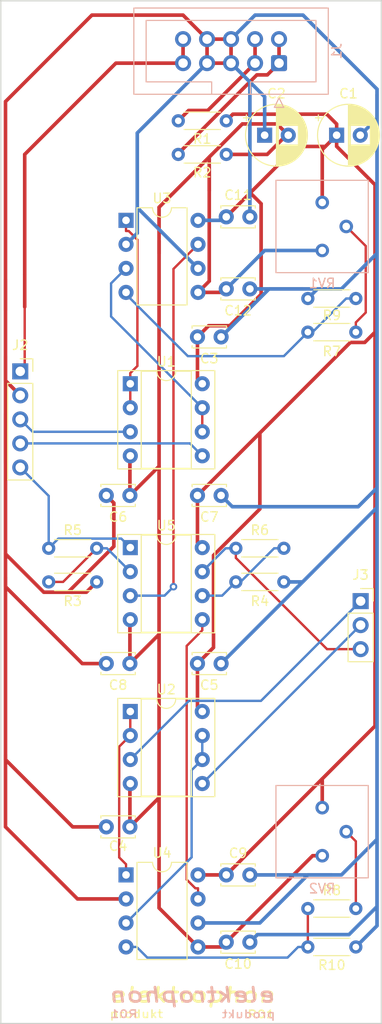
<source format=kicad_pcb>
(kicad_pcb (version 20211014) (generator pcbnew)
  (title_block (title "produkt") (date "2021-07-28") (comment 1 "PCB for main circuit") (comment 2 "vca and ringmodulator") (comment 4 "License CC BY 4.0 - Attribution 4.0 International"))
  (layers (0 "F.Cu" signal) (31 "B.Cu" signal) (34 "B.Paste" user) (35 "F.Paste" user) (36 "B.SilkS" user "B.Silkscreen") (37 "F.SilkS" user "F.Silkscreen") (38 "B.Mask" user) (39 "F.Mask" user) (44 "Edge.Cuts" user))
  (net 0 "")
  (net 1 "GND")
  (net 2 "+15V")
  (net 3 "-15V")
  (net 4 "+5V")
  (net 5 "VP")
  (net 6 "VN")
  (net 7 "OUTb")
  (net 8 "Yb")
  (net 9 "Xb")
  (net 10 "OUTa")
  (net 11 "Ya")
  (net 12 "Xa")
  (net 13 "Net-(R3-Pad1)")
  (net 14 "Net-(R4-Pad1)")
  (net 15 "Net-(R7-Pad2)")
  (net 16 "Net-(R7-Pad1)")
  (net 17 "Net-(R8-Pad2)")
  (net 18 "Net-(R10-Pad2)")
  (net 19 "Net-(U1-Pad6)")
  (net 20 "Net-(U1-Pad1)")
  (net 21 "Net-(U2-Pad6)")
  (net 22 "Net-(U2-Pad1)")
  (net 23 "Net-(U3-Pad7)")
  (net 24 "Net-(U4-Pad7)")
  (footprint "MountingHole:MountingHole_2.2mm_M2" (layer "F.Cu") (at 88.56 53.34)
    (fp_text reference "H2" hide)
    (fp_text value "MountingHole" hide)
    (pad "" np_thru_hole circle locked (at 0 0) (size 2.2 2.2) (drill 2.2) (layers *.Cu *.Mask))
  )
  (footprint "MountingHole:MountingHole_2.2mm_M2" (layer "F.Cu") (at 53.34 156.44)
    (fp_text reference "H3" hide)
    (fp_text value "MountingHole" hide)
    (pad "" np_thru_hole circle locked (at 0 0) (size 2.2 2.2) (drill 2.2) (layers *.Cu *.Mask))
  )
  (footprint "MountingHole:MountingHole_2.2mm_M2" (layer "F.Cu") (at 88.56 156.44)
    (fp_text reference "H4" hide)
    (fp_text value "MountingHole" hide)
    (pad "" np_thru_hole circle locked (at 0 0) (size 2.2 2.2) (drill 2.2) (layers *.Cu *.Mask))
  )
  (footprint "Capacitor_THT:CP_Radial_D6.3mm_P2.50mm" (layer "F.Cu") (at 86.36 65.024)
    (fp_text reference "C1" (at 1.25 -4.4) (layer "F.SilkS"))
    (fp_text value "22u")
    (pad "1" thru_hole rect locked (at 0 0) (size 1.6 1.6) (drill 0.8) (layers *.Cu *.Mask) (net 2 "+15V"))
    (pad "2" thru_hole circle locked (at 2.5 0) (size 1.6 1.6) (drill 0.8) (layers *.Cu *.Mask) (net 1 "GND"))
  )
  (footprint "Capacitor_THT:CP_Radial_D6.3mm_P2.50mm" (layer "F.Cu") (at 78.74 65.024)
    (fp_text reference "C2" (at 1.25 -4.4) (layer "F.SilkS"))
    (fp_text value "22u")
    (pad "1" thru_hole rect locked (at 0 0) (size 1.6 1.6) (drill 0.8) (layers *.Cu *.Mask) (net 1 "GND"))
    (pad "2" thru_hole circle locked (at 2.5 0) (size 1.6 1.6) (drill 0.8) (layers *.Cu *.Mask) (net 3 "-15V"))
  )
  (footprint "Capacitor_THT:C_Disc_D3.4mm_W2.1mm_P2.50mm" (layer "F.Cu") (at 71.628 86.36)
    (fp_text reference "C3" (at 1.25 2.286) (layer "F.SilkS"))
    (fp_text value "0.1u")
    (pad "1" thru_hole circle locked (at 0 0) (size 1.6 1.6) (drill 0.8) (layers *.Cu *.Mask) (net 2 "+15V"))
    (pad "2" thru_hole circle locked (at 2.5 0) (size 1.6 1.6) (drill 0.8) (layers *.Cu *.Mask) (net 1 "GND"))
  )
  (footprint "Capacitor_THT:C_Disc_D3.4mm_W2.1mm_P2.50mm" (layer "F.Cu") (at 61.976 138.176)
    (fp_text reference "C4" (at 1.25 2.032) (layer "F.SilkS"))
    (fp_text value "0.1u")
    (pad "1" thru_hole circle locked (at 0 0) (size 1.6 1.6) (drill 0.8) (layers *.Cu *.Mask) (net 1 "GND"))
    (pad "2" thru_hole circle locked (at 2.5 0) (size 1.6 1.6) (drill 0.8) (layers *.Cu *.Mask) (net 3 "-15V"))
  )
  (footprint "Capacitor_THT:C_Disc_D3.4mm_W2.1mm_P2.50mm" (layer "F.Cu") (at 71.628 120.904)
    (fp_text reference "C5" (at 1.25 2.272) (layer "F.SilkS"))
    (fp_text value "0.1u")
    (pad "1" thru_hole circle locked (at 0 0) (size 1.6 1.6) (drill 0.8) (layers *.Cu *.Mask) (net 2 "+15V"))
    (pad "2" thru_hole circle locked (at 2.5 0) (size 1.6 1.6) (drill 0.8) (layers *.Cu *.Mask) (net 1 "GND"))
  )
  (footprint "Capacitor_THT:C_Disc_D3.4mm_W2.1mm_P2.50mm" (layer "F.Cu") (at 61.976 103.124)
    (fp_text reference "C6" (at 1.25 2.272) (layer "F.SilkS"))
    (fp_text value "0.1u")
    (pad "1" thru_hole circle locked (at 0 0) (size 1.6 1.6) (drill 0.8) (layers *.Cu *.Mask) (net 1 "GND"))
    (pad "2" thru_hole circle locked (at 2.5 0) (size 1.6 1.6) (drill 0.8) (layers *.Cu *.Mask) (net 3 "-15V"))
  )
  (footprint "Capacitor_THT:C_Disc_D3.4mm_W2.1mm_P2.50mm" (layer "F.Cu") (at 71.628 103.124)
    (fp_text reference "C7" (at 1.25 2.272) (layer "F.SilkS"))
    (fp_text value "0.1u")
    (pad "1" thru_hole circle locked (at 0 0) (size 1.6 1.6) (drill 0.8) (layers *.Cu *.Mask) (net 2 "+15V"))
    (pad "2" thru_hole circle locked (at 2.5 0) (size 1.6 1.6) (drill 0.8) (layers *.Cu *.Mask) (net 1 "GND"))
  )
  (footprint "Capacitor_THT:C_Disc_D3.4mm_W2.1mm_P2.50mm" (layer "F.Cu") (at 61.976 120.904)
    (fp_text reference "C8" (at 1.25 2.272) (layer "F.SilkS"))
    (fp_text value "0.1u")
    (pad "1" thru_hole circle locked (at 0 0) (size 1.6 1.6) (drill 0.8) (layers *.Cu *.Mask) (net 1 "GND"))
    (pad "2" thru_hole circle locked (at 2.5 0) (size 1.6 1.6) (drill 0.8) (layers *.Cu *.Mask) (net 3 "-15V"))
  )
  (footprint "Capacitor_THT:C_Disc_D3.4mm_W2.1mm_P2.50mm" (layer "F.Cu") (at 74.676 143.256)
    (fp_text reference "C9" (at 1.25 -2.3) (layer "F.SilkS"))
    (fp_text value "0.1u")
    (pad "1" thru_hole circle locked (at 0 0) (size 1.6 1.6) (drill 0.8) (layers *.Cu *.Mask) (net 2 "+15V"))
    (pad "2" thru_hole circle locked (at 2.5 0) (size 1.6 1.6) (drill 0.8) (layers *.Cu *.Mask) (net 1 "GND"))
  )
  (footprint "Capacitor_THT:C_Disc_D3.4mm_W2.1mm_P2.50mm" (layer "F.Cu") (at 77.176 150.368 180)
    (fp_text reference "C10" (at 1.25 -2.3) (layer "F.SilkS"))
    (fp_text value "0.1u")
    (pad "1" thru_hole circle locked (at 0 0 180) (size 1.6 1.6) (drill 0.8) (layers *.Cu *.Mask) (net 1 "GND"))
    (pad "2" thru_hole circle locked (at 2.5 0 180) (size 1.6 1.6) (drill 0.8) (layers *.Cu *.Mask) (net 3 "-15V"))
  )
  (footprint "Capacitor_THT:C_Disc_D3.4mm_W2.1mm_P2.50mm" (layer "F.Cu") (at 74.676 73.66)
    (fp_text reference "C11" (at 1.25 -2.3) (layer "F.SilkS"))
    (fp_text value "0.1u")
    (pad "1" thru_hole circle locked (at 0 0) (size 1.6 1.6) (drill 0.8) (layers *.Cu *.Mask) (net 2 "+15V"))
    (pad "2" thru_hole circle locked (at 2.5 0) (size 1.6 1.6) (drill 0.8) (layers *.Cu *.Mask) (net 1 "GND"))
  )
  (footprint "Capacitor_THT:C_Disc_D3.4mm_W2.1mm_P2.50mm" (layer "F.Cu") (at 77.176 81.28 180)
    (fp_text reference "C12" (at 1.25 -2.3) (layer "F.SilkS"))
    (fp_text value "0.1u")
    (pad "1" thru_hole circle locked (at 0 0 180) (size 1.6 1.6) (drill 0.8) (layers *.Cu *.Mask) (net 1 "GND"))
    (pad "2" thru_hole circle locked (at 2.5 0 180) (size 1.6 1.6) (drill 0.8) (layers *.Cu *.Mask) (net 3 "-15V"))
  )
  (footprint "MountingHole:MountingHole_2.2mm_M2" (layer "F.Cu") (at 53.34 53.34)
    (fp_text reference "H1" hide)
    (fp_text value "MountingHole" hide)
    (pad "" np_thru_hole circle locked (at 0 0) (size 2.2 2.2) (drill 2.2) (layers *.Cu *.Mask))
  )
  (footprint "Resistor_THT:R_Axial_DIN0204_L3.6mm_D1.6mm_P5.08mm_Horizontal" (layer "F.Cu") (at 74.676 63.5 180)
    (fp_text reference "R1" (at 2.54 -1.92) (layer "F.SilkS"))
    (fp_text value "10")
    (pad "1" thru_hole circle locked (at 0 0 180) (size 1.4 1.4) (drill 0.7) (layers *.Cu *.Mask) (net 2 "+15V"))
    (pad "2" thru_hole oval locked (at 5.08 0 180) (size 1.4 1.4) (drill 0.7) (layers *.Cu *.Mask) (net 5 "VP"))
  )
  (footprint "Resistor_THT:R_Axial_DIN0204_L3.6mm_D1.6mm_P5.08mm_Horizontal" (layer "F.Cu") (at 74.676 67.056 180)
    (fp_text reference "R2" (at 2.54 -1.92) (layer "F.SilkS"))
    (fp_text value "10")
    (pad "1" thru_hole circle locked (at 0 0 180) (size 1.4 1.4) (drill 0.7) (layers *.Cu *.Mask) (net 3 "-15V"))
    (pad "2" thru_hole oval locked (at 5.08 0 180) (size 1.4 1.4) (drill 0.7) (layers *.Cu *.Mask) (net 6 "VN"))
  )
  (footprint "Resistor_THT:R_Axial_DIN0204_L3.6mm_D1.6mm_P5.08mm_Horizontal" (layer "F.Cu") (at 55.88 112.268)
    (fp_text reference "R3" (at 2.54 2.032) (layer "F.SilkS"))
    (fp_text value "10k")
    (pad "1" thru_hole circle locked (at 0 0) (size 1.4 1.4) (drill 0.7) (layers *.Cu *.Mask) (net 13 "Net-(R3-Pad1)"))
    (pad "2" thru_hole oval locked (at 5.08 0) (size 1.4 1.4) (drill 0.7) (layers *.Cu *.Mask) (net 1 "GND"))
  )
  (footprint "Resistor_THT:R_Axial_DIN0204_L3.6mm_D1.6mm_P5.08mm_Horizontal" (layer "F.Cu") (at 75.692 112.268)
    (fp_text reference "R4" (at 2.54 2.032) (layer "F.SilkS"))
    (fp_text value "10k")
    (pad "1" thru_hole circle locked (at 0 0) (size 1.4 1.4) (drill 0.7) (layers *.Cu *.Mask) (net 14 "Net-(R4-Pad1)"))
    (pad "2" thru_hole oval locked (at 5.08 0) (size 1.4 1.4) (drill 0.7) (layers *.Cu *.Mask) (net 1 "GND"))
  )
  (footprint "Resistor_THT:R_Axial_DIN0204_L3.6mm_D1.6mm_P5.08mm_Horizontal" (layer "F.Cu") (at 55.88 108.712)
    (fp_text reference "R5" (at 2.54 -1.92) (layer "F.SilkS"))
    (fp_text value "10k")
    (pad "1" thru_hole circle locked (at 0 0) (size 1.4 1.4) (drill 0.7) (layers *.Cu *.Mask) (net 10 "OUTa"))
    (pad "2" thru_hole oval locked (at 5.08 0) (size 1.4 1.4) (drill 0.7) (layers *.Cu *.Mask) (net 13 "Net-(R3-Pad1)"))
  )
  (footprint "Resistor_THT:R_Axial_DIN0204_L3.6mm_D1.6mm_P5.08mm_Horizontal" (layer "F.Cu") (at 75.692 108.712)
    (fp_text reference "R6" (at 2.54 -1.92) (layer "F.SilkS"))
    (fp_text value "10k")
    (pad "1" thru_hole circle locked (at 0 0) (size 1.4 1.4) (drill 0.7) (layers *.Cu *.Mask) (net 7 "OUTb"))
    (pad "2" thru_hole oval locked (at 5.08 0) (size 1.4 1.4) (drill 0.7) (layers *.Cu *.Mask) (net 14 "Net-(R4-Pad1)"))
  )
  (footprint "Resistor_THT:R_Axial_DIN0204_L3.6mm_D1.6mm_P5.08mm_Horizontal" (layer "F.Cu") (at 83.312 85.852)
    (fp_text reference "R7" (at 2.54 2.032) (layer "F.SilkS"))
    (fp_text value "330k")
    (pad "1" thru_hole circle locked (at 0 0) (size 1.4 1.4) (drill 0.7) (layers *.Cu *.Mask) (net 16 "Net-(R7-Pad1)"))
    (pad "2" thru_hole oval locked (at 5.08 0) (size 1.4 1.4) (drill 0.7) (layers *.Cu *.Mask) (net 15 "Net-(R7-Pad2)"))
  )
  (footprint "Resistor_THT:R_Axial_DIN0204_L3.6mm_D1.6mm_P5.08mm_Horizontal" (layer "F.Cu") (at 83.312 146.812)
    (fp_text reference "R8" (at 2.54 -1.92) (layer "F.SilkS"))
    (fp_text value "330k")
    (pad "1" thru_hole circle locked (at 0 0) (size 1.4 1.4) (drill 0.7) (layers *.Cu *.Mask) (net 18 "Net-(R10-Pad2)"))
    (pad "2" thru_hole oval locked (at 5.08 0) (size 1.4 1.4) (drill 0.7) (layers *.Cu *.Mask) (net 17 "Net-(R8-Pad2)"))
  )
  (footprint "Resistor_THT:R_Axial_DIN0204_L3.6mm_D1.6mm_P5.08mm_Horizontal" (layer "F.Cu") (at 83.312 82.296)
    (fp_text reference "R9" (at 2.54 1.778) (layer "F.SilkS"))
    (fp_text value "100")
    (pad "1" thru_hole circle locked (at 0 0) (size 1.4 1.4) (drill 0.7) (layers *.Cu *.Mask) (net 1 "GND"))
    (pad "2" thru_hole oval locked (at 5.08 0) (size 1.4 1.4) (drill 0.7) (layers *.Cu *.Mask) (net 16 "Net-(R7-Pad1)"))
  )
  (footprint "Resistor_THT:R_Axial_DIN0204_L3.6mm_D1.6mm_P5.08mm_Horizontal" (layer "F.Cu") (at 88.392 150.876 180)
    (fp_text reference "R10" (at 2.54 -1.92) (layer "F.SilkS"))
    (fp_text value "100")
    (pad "1" thru_hole circle locked (at 0 0 180) (size 1.4 1.4) (drill 0.7) (layers *.Cu *.Mask) (net 1 "GND"))
    (pad "2" thru_hole oval locked (at 5.08 0 180) (size 1.4 1.4) (drill 0.7) (layers *.Cu *.Mask) (net 18 "Net-(R10-Pad2)"))
  )
  (footprint "Package_DIP:DIP-8_W7.62mm" (layer "F.Cu") (at 64.066 74.0285)
    (fp_text reference "U3" (at 3.81 -2.33) (layer "F.SilkS"))
    (fp_text value "AD633")
    (pad "1" thru_hole rect locked (at 0 0) (size 1.6 1.6) (drill 0.8) (layers *.Cu *.Mask) (net 20 "Net-(U1-Pad1)"))
    (pad "2" thru_hole oval locked (at 0 2.54) (size 1.6 1.6) (drill 0.8) (layers *.Cu *.Mask) (net 1 "GND"))
    (pad "3" thru_hole oval locked (at 0 5.08) (size 1.6 1.6) (drill 0.8) (layers *.Cu *.Mask) (net 19 "Net-(U1-Pad6)"))
    (pad "4" thru_hole oval locked (at 0 7.62) (size 1.6 1.6) (drill 0.8) (layers *.Cu *.Mask) (net 16 "Net-(R7-Pad1)"))
    (pad "5" thru_hole oval locked (at 7.62 7.62) (size 1.6 1.6) (drill 0.8) (layers *.Cu *.Mask) (net 3 "-15V"))
    (pad "6" thru_hole oval locked (at 7.62 5.08) (size 1.6 1.6) (drill 0.8) (layers *.Cu *.Mask) (net 1 "GND"))
    (pad "7" thru_hole oval locked (at 7.62 2.54) (size 1.6 1.6) (drill 0.8) (layers *.Cu *.Mask) (net 23 "Net-(U3-Pad7)"))
    (pad "8" thru_hole oval locked (at 7.62 0) (size 1.6 1.6) (drill 0.8) (layers *.Cu *.Mask) (net 2 "+15V"))
  )
  (footprint "Package_DIP:DIP-8_W7.62mm" (layer "F.Cu") (at 64.066 143.256)
    (fp_text reference "U4" (at 3.81 -2.33) (layer "F.SilkS"))
    (fp_text value "AD633")
    (pad "1" thru_hole rect locked (at 0 0) (size 1.6 1.6) (drill 0.8) (layers *.Cu *.Mask) (net 22 "Net-(U2-Pad1)"))
    (pad "2" thru_hole oval locked (at 0 2.54) (size 1.6 1.6) (drill 0.8) (layers *.Cu *.Mask) (net 1 "GND"))
    (pad "3" thru_hole oval locked (at 0 5.08) (size 1.6 1.6) (drill 0.8) (layers *.Cu *.Mask) (net 21 "Net-(U2-Pad6)"))
    (pad "4" thru_hole oval locked (at 0 7.62) (size 1.6 1.6) (drill 0.8) (layers *.Cu *.Mask) (net 18 "Net-(R10-Pad2)"))
    (pad "5" thru_hole oval locked (at 7.62 7.62) (size 1.6 1.6) (drill 0.8) (layers *.Cu *.Mask) (net 3 "-15V"))
    (pad "6" thru_hole oval locked (at 7.62 5.08) (size 1.6 1.6) (drill 0.8) (layers *.Cu *.Mask) (net 1 "GND"))
    (pad "7" thru_hole oval locked (at 7.62 2.54) (size 1.6 1.6) (drill 0.8) (layers *.Cu *.Mask) (net 24 "Net-(U4-Pad7)"))
    (pad "8" thru_hole oval locked (at 7.62 0) (size 1.6 1.6) (drill 0.8) (layers *.Cu *.Mask) (net 2 "+15V"))
  )
  (footprint "Package_DIP:DIP-8_W7.62mm_Socket" (layer "F.Cu") (at 64.516 91.3104)
    (fp_text reference "U1" (at 3.81 -2.33) (layer "F.SilkS"))
    (fp_text value "TL072")
    (pad "1" thru_hole rect locked (at 0 0) (size 1.6 1.6) (drill 0.8) (layers *.Cu *.Mask) (net 20 "Net-(U1-Pad1)"))
    (pad "2" thru_hole oval locked (at 0 2.54) (size 1.6 1.6) (drill 0.8) (layers *.Cu *.Mask) (net 20 "Net-(U1-Pad1)"))
    (pad "3" thru_hole oval locked (at 0 5.08) (size 1.6 1.6) (drill 0.8) (layers *.Cu *.Mask) (net 12 "Xa"))
    (pad "4" thru_hole oval locked (at 0 7.62) (size 1.6 1.6) (drill 0.8) (layers *.Cu *.Mask) (net 3 "-15V"))
    (pad "5" thru_hole oval locked (at 7.62 7.62) (size 1.6 1.6) (drill 0.8) (layers *.Cu *.Mask) (net 11 "Ya"))
    (pad "6" thru_hole oval locked (at 7.62 5.08) (size 1.6 1.6) (drill 0.8) (layers *.Cu *.Mask) (net 19 "Net-(U1-Pad6)"))
    (pad "7" thru_hole oval locked (at 7.62 2.54) (size 1.6 1.6) (drill 0.8) (layers *.Cu *.Mask) (net 19 "Net-(U1-Pad6)"))
    (pad "8" thru_hole oval locked (at 7.62 0) (size 1.6 1.6) (drill 0.8) (layers *.Cu *.Mask) (net 2 "+15V"))
  )
  (footprint "Package_DIP:DIP-8_W7.62mm_Socket" (layer "F.Cu") (at 64.516 125.974)
    (fp_text reference "U2" (at 3.81 -2.33) (layer "F.SilkS"))
    (fp_text value "TL072")
    (pad "1" thru_hole rect locked (at 0 0) (size 1.6 1.6) (drill 0.8) (layers *.Cu *.Mask) (net 22 "Net-(U2-Pad1)"))
    (pad "2" thru_hole oval locked (at 0 2.54) (size 1.6 1.6) (drill 0.8) (layers *.Cu *.Mask) (net 22 "Net-(U2-Pad1)"))
    (pad "3" thru_hole oval locked (at 0 5.08) (size 1.6 1.6) (drill 0.8) (layers *.Cu *.Mask) (net 9 "Xb"))
    (pad "4" thru_hole oval locked (at 0 7.62) (size 1.6 1.6) (drill 0.8) (layers *.Cu *.Mask) (net 3 "-15V"))
    (pad "5" thru_hole oval locked (at 7.62 7.62) (size 1.6 1.6) (drill 0.8) (layers *.Cu *.Mask) (net 8 "Yb"))
    (pad "6" thru_hole oval locked (at 7.62 5.08) (size 1.6 1.6) (drill 0.8) (layers *.Cu *.Mask) (net 21 "Net-(U2-Pad6)"))
    (pad "7" thru_hole oval locked (at 7.62 2.54) (size 1.6 1.6) (drill 0.8) (layers *.Cu *.Mask) (net 21 "Net-(U2-Pad6)"))
    (pad "8" thru_hole oval locked (at 7.62 0) (size 1.6 1.6) (drill 0.8) (layers *.Cu *.Mask) (net 2 "+15V"))
  )
  (footprint "Package_DIP:DIP-8_W7.62mm_Socket" (layer "F.Cu") (at 64.516 108.642)
    (fp_text reference "U5" (at 3.81 -2.33) (layer "F.SilkS"))
    (fp_text value "TL072")
    (pad "1" thru_hole rect locked (at 0 0) (size 1.6 1.6) (drill 0.8) (layers *.Cu *.Mask) (net 10 "OUTa"))
    (pad "2" thru_hole oval locked (at 0 2.54) (size 1.6 1.6) (drill 0.8) (layers *.Cu *.Mask) (net 13 "Net-(R3-Pad1)"))
    (pad "3" thru_hole oval locked (at 0 5.08) (size 1.6 1.6) (drill 0.8) (layers *.Cu *.Mask) (net 23 "Net-(U3-Pad7)"))
    (pad "4" thru_hole oval locked (at 0 7.62) (size 1.6 1.6) (drill 0.8) (layers *.Cu *.Mask) (net 3 "-15V"))
    (pad "5" thru_hole oval locked (at 7.62 7.62) (size 1.6 1.6) (drill 0.8) (layers *.Cu *.Mask) (net 24 "Net-(U4-Pad7)"))
    (pad "6" thru_hole oval locked (at 7.62 5.08) (size 1.6 1.6) (drill 0.8) (layers *.Cu *.Mask) (net 14 "Net-(R4-Pad1)"))
    (pad "7" thru_hole oval locked (at 7.62 2.54) (size 1.6 1.6) (drill 0.8) (layers *.Cu *.Mask) (net 7 "OUTb"))
    (pad "8" thru_hole oval locked (at 7.62 0) (size 1.6 1.6) (drill 0.8) (layers *.Cu *.Mask) (net 2 "+15V"))
  )
  (footprint "Connector_PinSocket_2.54mm:PinSocket_1x03_P2.54mm_Vertical" (layer "F.Cu") (at 88.9 114.3)
    (fp_text reference "J3" (at 0 -2.77) (layer "F.SilkS"))
    (fp_text value "01x03 Female" hide)
    (pad "1" thru_hole rect locked (at 0 0) (size 1.7 1.7) (drill 1) (layers *.Cu *.Mask) (net 9 "Xb"))
    (pad "2" thru_hole oval locked (at 0 2.54) (size 1.7 1.7) (drill 1) (layers *.Cu *.Mask) (net 8 "Yb"))
    (pad "3" thru_hole oval locked (at 0 5.08) (size 1.7 1.7) (drill 1) (layers *.Cu *.Mask) (net 7 "OUTb"))
  )
  (footprint "Connector_PinSocket_2.54mm:PinSocket_1x05_P2.54mm_Vertical" (layer "F.Cu") (at 52.87 90)
    (fp_text reference "J2" (at 0 -2.77) (layer "F.SilkS"))
    (fp_text value "01x05 Female" hide)
    (pad "1" thru_hole rect locked (at 0 0) (size 1.7 1.7) (drill 1) (layers *.Cu *.Mask) (net 4 "+5V"))
    (pad "2" thru_hole oval locked (at 0 2.54) (size 1.7 1.7) (drill 1) (layers *.Cu *.Mask) (net 1 "GND"))
    (pad "3" thru_hole oval locked (at 0 5.08) (size 1.7 1.7) (drill 1) (layers *.Cu *.Mask) (net 12 "Xa"))
    (pad "4" thru_hole oval locked (at 0 7.62) (size 1.7 1.7) (drill 1) (layers *.Cu *.Mask) (net 11 "Ya"))
    (pad "5" thru_hole oval locked (at 0 10.16) (size 1.7 1.7) (drill 1) (layers *.Cu *.Mask) (net 10 "OUTa"))
  )
  (footprint "elektrophon:elektrophon logo" (layer "F.Cu") (at 71.12 156.972)
    (fp_text reference "REF**" hide)
    (fp_text value "elektrophon logo" hide)
    (fp_text user "R01" (at -8.83 1) (layer "B.SilkS") (effects (font (size 0.8 1)) (justify right mirror)))
    (fp_text user "elektrophon" (at 0 -1.016) (layer "B.SilkS") (effects (font (size 1.5 2) (thickness 0.3) italic) (justify mirror)))
    (fp_text user "produkt" (at 8.84 1.02) (layer "B.SilkS") (effects (font (size 0.8 1)) (justify left mirror)))
    (fp_text user "produkt" (at -8.88 1) (layer "F.SilkS") (effects (font (size 0.8 1)) (justify left)))
    (fp_text user "R01" (at 8.8 1.02) (layer "F.SilkS") (effects (font (size 0.8 1)) (justify right)))
    (fp_text user "elektrophon" (at 0 -1.016) (layer "F.SilkS") (effects (font (size 1.5 2) (thickness 0.3) italic)))
  )
  (footprint "Connector_IDC:IDC-Header_2x05_P2.54mm_Vertical" (layer "B.Cu") (at 80.264 57.404 90)
    (fp_text reference "J1" (at 1.27 6.1 90) (layer "B.SilkS") (effects (justify mirror)))
    (fp_text value "10 Pos")
    (pad "1" thru_hole roundrect locked (at 0 0 90) (size 1.7 1.7) (drill 1) (layers *.Cu *.Mask) (roundrect_rratio 0.147059) (net 6 "VN"))
    (pad "2" thru_hole circle locked (at 2.54 0 90) (size 1.7 1.7) (drill 1) (layers *.Cu *.Mask) (net 6 "VN"))
    (pad "3" thru_hole circle locked (at 0 -2.54 90) (size 1.7 1.7) (drill 1) (layers *.Cu *.Mask) (net 5 "VP"))
    (pad "4" thru_hole circle locked (at 2.54 -2.54 90) (size 1.7 1.7) (drill 1) (layers *.Cu *.Mask) (net 5 "VP"))
    (pad "5" thru_hole circle locked (at 0 -5.08 90) (size 1.7 1.7) (drill 1) (layers *.Cu *.Mask) (net 1 "GND"))
    (pad "6" thru_hole circle locked (at 2.54 -5.08 90) (size 1.7 1.7) (drill 1) (layers *.Cu *.Mask) (net 1 "GND"))
    (pad "7" thru_hole circle locked (at 0 -7.62 90) (size 1.7 1.7) (drill 1) (layers *.Cu *.Mask) (net 1 "GND"))
    (pad "8" thru_hole circle locked (at 2.54 -7.62 90) (size 1.7 1.7) (drill 1) (layers *.Cu *.Mask) (net 1 "GND"))
    (pad "9" thru_hole circle locked (at 0 -10.16 90) (size 1.7 1.7) (drill 1) (layers *.Cu *.Mask) (net 4 "+5V"))
    (pad "10" thru_hole circle locked (at 2.54 -10.16 90) (size 1.7 1.7) (drill 1) (layers *.Cu *.Mask) (net 4 "+5V"))
  )
  (footprint "Potentiometer_THT:Potentiometer_Bourns_3386P_Vertical" (layer "B.Cu") (at 84.836 72.136)
    (fp_text reference "RV1" (at -0.015 8.555) (layer "B.SilkS") (effects (justify mirror)))
    (fp_text value "100k")
    (pad "1" thru_hole circle locked (at 0 0) (size 1.44 1.44) (drill 0.8) (layers *.Cu *.Mask) (net 2 "+15V"))
    (pad "2" thru_hole circle locked (at 2.54 2.54) (size 1.44 1.44) (drill 0.8) (layers *.Cu *.Mask) (net 15 "Net-(R7-Pad2)"))
    (pad "3" thru_hole circle locked (at 0 5.08) (size 1.44 1.44) (drill 0.8) (layers *.Cu *.Mask) (net 3 "-15V"))
  )
  (footprint "Potentiometer_THT:Potentiometer_Bourns_3386P_Vertical" (layer "B.Cu") (at 84.836 136.144)
    (fp_text reference "RV2" (at -0.015 8.555) (layer "B.SilkS") (effects (justify mirror)))
    (fp_text value "100k")
    (pad "1" thru_hole circle locked (at 0 0) (size 1.44 1.44) (drill 0.8) (layers *.Cu *.Mask) (net 2 "+15V"))
    (pad "2" thru_hole circle locked (at 2.54 2.54) (size 1.44 1.44) (drill 0.8) (layers *.Cu *.Mask) (net 17 "Net-(R8-Pad2)"))
    (pad "3" thru_hole circle locked (at 0 5.08) (size 1.44 1.44) (drill 0.8) (layers *.Cu *.Mask) (net 3 "-15V"))
  )
  (gr_line (start 50.8 50.8) (end 50.8 158.98) (layer "Edge.Cuts") (width 0.15))
  (gr_line (start 50.8 50.8) (end 91.1 50.8) (layer "Edge.Cuts") (width 0.15))
  (gr_line (start 91.1 50.8) (end 91.1 158.98) (layer "Edge.Cuts") (width 0.15))
  (gr_line (start 91.1 158.98) (end 50.8 158.98) (layer "Edge.Cuts") (width 0.15))
  (segment (start 51.308 61.468) (end 60.452 52.324) (width 0.381) (layer "F.Cu") (net 1))
  (segment (start 58.928 145.796) (end 51.308 138.176) (width 0.381) (layer "F.Cu") (net 1))
  (segment (start 62.775999 103.923999) (end 62.775999 108.509943) (width 0.381) (layer "F.Cu") (net 1))
  (segment (start 51.308 94.488) (end 51.308 88.392) (width 0.381) (layer "F.Cu") (net 1))
  (segment (start 51.308 94.488) (end 51.308 99.738) (width 0.381) (layer "F.Cu") (net 1))
  (segment (start 72.644 57.404) (end 75.184 57.404) (width 0.381) (layer "F.Cu") (net 1))
  (segment (start 59.436 120.904) (end 61.976 120.904) (width 0.381) (layer "F.Cu") (net 1))
  (segment (start 58.42 138.176) (end 61.976 138.176) (width 0.381) (layer "F.Cu") (net 1))
  (segment (start 51.308 109.309942) (end 55.356559 113.358501) (width 0.381) (layer "F.Cu") (net 1))
  (segment (start 60.452 52.324) (end 70.104 52.324) (width 0.381) (layer "F.Cu") (net 1))
  (segment (start 51.308 90.978) (end 52.87 92.54) (width 0.381) (layer "F.Cu") (net 1))
  (segment (start 62.775999 108.509943) (end 58.001942 113.284) (width 0.381) (layer "F.Cu") (net 1))
  (segment (start 75.184 57.404) (end 75.184 54.864) (width 0.381) (layer "F.Cu") (net 1))
  (segment (start 51.308 131.064) (end 58.42 138.176) (width 0.381) (layer "F.Cu") (net 1))
  (segment (start 51.308 138.176) (end 51.308 130.556) (width 0.381) (layer "F.Cu") (net 1))
  (segment (start 51.308 130.556) (end 51.308 111.76) (width 0.381) (layer "F.Cu") (net 1))
  (segment (start 51.308 109.22) (end 51.308 94.488) (width 0.381) (layer "F.Cu") (net 1))
  (segment (start 51.308 80.264) (end 51.308 61.468) (width 0.381) (layer "F.Cu") (net 1))
  (segment (start 51.308 80.264) (end 51.308 83.555902) (width 0.381) (layer "F.Cu") (net 1))
  (segment (start 72.644 54.864) (end 72.644 57.404) (width 0.381) (layer "F.Cu") (net 1))
  (segment (start 59.869499 113.358501) (end 60.96 112.268) (width 0.381) (layer "F.Cu") (net 1))
  (segment (start 61.976 103.124) (end 62.775999 103.923999) (width 0.381) (layer "F.Cu") (net 1))
  (segment (start 51.308 111.76) (end 51.308 112.776) (width 0.381) (layer "F.Cu") (net 1))
  (segment (start 55.356559 113.358501) (end 59.869499 113.358501) (width 0.381) (layer "F.Cu") (net 1))
  (segment (start 51.308 111.76) (end 51.308 109.22) (width 0.381) (layer "F.Cu") (net 1))
  (segment (start 51.308 130.556) (end 51.308 131.064) (width 0.381) (layer "F.Cu") (net 1))
  (segment (start 51.308 88.392) (end 51.308 80.264) (width 0.381) (layer "F.Cu") (net 1))
  (segment (start 51.308 88.392) (end 51.308 90.978) (width 0.381) (layer "F.Cu") (net 1))
  (segment (start 70.104 52.324) (end 72.644 54.864) (width 0.381) (layer "F.Cu") (net 1))
  (segment (start 51.308 109.22) (end 51.308 109.309942) (width 0.381) (layer "F.Cu") (net 1))
  (segment (start 51.308 112.776) (end 59.436 120.904) (width 0.381) (layer "F.Cu") (net 1))
  (segment (start 75.184 54.864) (end 72.644 54.864) (width 0.381) (layer "F.Cu") (net 1))
  (segment (start 64.066 145.796) (end 58.928 145.796) (width 0.381) (layer "F.Cu") (net 1))
  (segment (start 90.63449 60.74951) (end 90.63449 63.24951) (width 0.381) (layer "B.Cu") (net 1))
  (segment (start 90.63449 146.60151) (end 90.63449 139.48951) (width 0.381) (layer "B.Cu") (net 1))
  (segment (start 90.63449 103.84249) (end 90.63449 104.39751) (width 0.381) (layer "B.Cu") (net 1))
  (segment (start 77.975999 149.568001) (end 87.667999 149.568001) (width 0.381) (layer "B.Cu") (net 1))
  (segment (start 90.63449 139.48951) (end 90.63449 103.84249) (width 0.381) (layer "B.Cu") (net 1))
  (segment (start 82.804 81.28) (end 85.852 81.28) (width 0.381) (layer "B.Cu") (net 1))
  (segment (start 87.667999 149.568001) (end 90.63449 146.60151) (width 0.381) (layer "B.Cu") (net 1))
  (segment (start 78.74 60.96) (end 75.184 57.404) (width 0.381) (layer "B.Cu") (net 1))
  (segment (start 85.852 81.28) (end 86.868 81.28) (width 0.381) (layer "B.Cu") (net 1))
  (segment (start 80.772 112.268) (end 82.764 112.268) (width 0.381) (layer "B.Cu") (net 1))
  (segment (start 82.804 52.324) (end 77.724 52.324) (width 0.381) (layer "B.Cu") (net 1))
  (segment (start 77.176 59.396) (end 77.176 73.66) (width 0.381) (layer "B.Cu") (net 1))
  (segment (start 65.256501 64.791499) (end 72.644 57.404) (width 0.381) (layer "B.Cu") (net 1))
  (segment (start 90.63449 77.51351) (end 90.63449 60.74951) (width 0.381) (layer "B.Cu") (net 1))
  (segment (start 90.63449 148.63351) (end 90.63449 146.60151) (width 0.381) (layer "B.Cu") (net 1))
  (segment (start 82.804 81.28) (end 79.208 81.28) (width 0.381) (layer "B.Cu") (net 1))
  (segment (start 79.208 81.28) (end 74.128 86.36) (width 0.381) (layer "B.Cu") (net 1))
  (segment (start 90.63449 60.15449) (end 82.804 52.324) (width 0.381) (layer "B.Cu") (net 1))
  (segment (start 75.184 57.404) (end 77.176 59.396) (width 0.381) (layer "B.Cu") (net 1))
  (segment (start 77.176 150.368) (end 77.975999 149.568001) (width 0.381) (layer "B.Cu") (net 1))
  (segment (start 88.638479 104.314501) (end 90.63449 102.31849) (width 0.381) (layer "B.Cu") (net 1))
  (segment (start 84.328 81.28) (end 83.312 82.296) (width 0.381) (layer "B.Cu") (net 1))
  (segment (start 88.392 150.876) (end 90.63449 148.63351) (width 0.381) (layer "B.Cu") (net 1))
  (segment (start 86.868 143.256) (end 90.63449 139.48951) (width 0.381) (layer "B.Cu") (net 1))
  (segment (start 88.638479 104.314501) (end 75.318501 104.314501) (width 0.381) (layer "B.Cu") (net 1))
  (segment (start 90.63449 102.31849) (end 90.63449 77.51351) (width 0.381) (layer "B.Cu") (net 1))
  (segment (start 65.256501 72.876501) (end 65.454001 72.876501) (width 0.381) (layer "B.Cu") (net 1))
  (segment (start 85.852 143.256) (end 86.868 143.256) (width 0.381) (layer "B.Cu") (net 1))
  (segment (start 65.454001 72.876501) (end 71.686 79.1085) (width 0.381) (layer "B.Cu") (net 1))
  (segment (start 83.312 143.256) (end 85.852 143.256) (width 0.381) (layer "B.Cu") (net 1))
  (segment (start 90.63449 103.84249) (end 90.63449 102.31849) (width 0.381) (layer "B.Cu") (net 1))
  (segment (start 82.764 112.268) (end 83.8 111.232) (width 0.381) (layer "B.Cu") (net 1))
  (segment (start 64.066 76.5685) (end 65.256501 75.377999) (width 0.381) (layer "B.Cu") (net 1))
  (segment (start 77.724 52.324) (end 75.184 54.864) (width 0.381) (layer "B.Cu") (net 1))
  (segment (start 83.8 111.232) (end 74.128 120.904) (width 0.381) (layer "B.Cu") (net 1))
  (segment (start 65.256501 75.377999) (end 65.256501 72.876501) (width 0.381) (layer "B.Cu") (net 1))
  (segment (start 78.232 148.336) (end 83.312 143.256) (width 0.381) (layer "B.Cu") (net 1))
  (segment (start 65.256501 72.876501) (end 65.256501 64.791499) (width 0.381) (layer "B.Cu") (net 1))
  (segment (start 75.318501 104.314501) (end 74.128 103.124) (width 0.381) (layer "B.Cu") (net 1))
  (segment (start 78.74 65.024) (end 78.74 60.96) (width 0.381) (layer "B.Cu") (net 1))
  (segment (start 77.176 81.28) (end 82.804 81.28) (width 0.381) (layer "B.Cu") (net 1))
  (segment (start 90.63449 60.74951) (end 90.63449 60.15449) (width 0.381) (layer "B.Cu") (net 1))
  (segment (start 74.676 120.904) (end 74.128 120.904) (width 0.381) (layer "B.Cu") (net 1))
  (segment (start 71.686 148.336) (end 78.232 148.336) (width 0.381) (layer "B.Cu") (net 1))
  (segment (start 90.63449 63.24951) (end 88.86 65.024) (width 0.381) (layer "B.Cu") (net 1))
  (segment (start 90.63449 104.39751) (end 83.8 111.232) (width 0.381) (layer "B.Cu") (net 1))
  (segment (start 86.868 81.28) (end 90.63449 77.51351) (width 0.381) (layer "B.Cu") (net 1))
  (segment (start 77.176 143.256) (end 85.852 143.256) (width 0.381) (layer "B.Cu") (net 1))
  (segment (start 85.852 81.28) (end 84.328 81.28) (width 0.381) (layer "B.Cu") (net 1))
  (segment (start 84.836 136.144) (end 84.836 133.096) (width 0.381) (layer "F.Cu") (net 2))
  (segment (start 71.628 125.466) (end 72.136 125.974) (width 0.381) (layer "F.Cu") (net 2))
  (segment (start 78.3665 81.8514) (end 75.0484 85.1695) (width 0.381) (layer "F.Cu") (net 2))
  (segment (start 90.424 127.508) (end 84.836 133.096) (width 0.381) (layer "F.Cu") (net 2))
  (segment (start 86.36 65.024) (end 85.1695 66.2145) (width 0.381) (layer "F.Cu") (net 2))
  (segment (start 71.628 103.124) (end 71.628 108.134) (width 0.381) (layer "F.Cu") (net 2))
  (segment (start 82.1215 66.2145) (end 77.216 71.12) (width 0.381) (layer "F.Cu") (net 2))
  (segment (start 85.317 62.8) (end 86.36 63.843) (width 0.381) (layer "F.Cu") (net 2))
  (segment (start 71.628 108.134) (end 72.136 108.642) (width 0.381) (layer "F.Cu") (net 2))
  (segment (start 75.376 62.8) (end 85.317 62.8) (width 0.381) (layer "F.Cu") (net 2))
  (segment (start 90.424 70.269) (end 90.424 85.852) (width 0.381) (layer "F.Cu") (net 2))
  (segment (start 84.836 72.136) (end 84.836 66.548) (width 0.381) (layer "F.Cu") (net 2))
  (segment (start 77.216 71.12) (end 74.676 73.66) (width 0.381) (layer "F.Cu") (net 2))
  (segment (start 89.3335 86.9425) (end 87.8095 86.9425) (width 0.381) (layer "F.Cu") (net 2))
  (segment (start 84.836 133.096) (end 74.676 143.256) (width 0.381) (layer "F.Cu") (net 2))
  (segment (start 86.36 63.843) (end 86.36 65.024) (width 0.381) (layer "F.Cu") (net 2))
  (segment (start 72.8185 85.1695) (end 71.628 86.36) (width 0.381) (layer "F.Cu") (net 2))
  (segment (start 87.8095 86.9425) (end 78.232 96.52) (width 0.381) (layer "F.Cu") (net 2))
  (segment (start 90.424 85.852) (end 89.3335 86.9425) (width 0.381) (layer "F.Cu") (net 2))
  (segment (start 73.326501 109.463557) (end 73.326501 119.205499) (width 0.381) (layer "F.Cu") (net 2))
  (segment (start 75.0484 85.1695) (end 72.8185 85.1695) (width 0.381) (layer "F.Cu") (net 2))
  (segment (start 78.3665 72.2705) (end 78.3665 81.8514) (width 0.381) (layer "F.Cu") (net 2))
  (segment (start 77.216 71.12) (end 78.3665 72.2705) (width 0.381) (layer "F.Cu") (net 2))
  (segment (start 74.676 63.5) (end 75.376 62.8) (width 0.381) (layer "F.Cu") (net 2))
  (segment (start 78.232 96.52) (end 78.232 104.558058) (width 0.381) (layer "F.Cu") (net 2))
  (segment (start 73.326501 119.205499) (end 71.628 120.904) (width 0.381) (layer "F.Cu") (net 2))
  (segment (start 86.36 65.024) (end 86.36 66.205) (width 0.381) (layer "F.Cu") (net 2))
  (segment (start 72.0545 73.66) (end 71.686 74.0285) (width 0.381) (layer "F.Cu") (net 2))
  (segment (start 85.1695 66.2145) (end 82.1215 66.2145) (width 0.381) (layer "F.Cu") (net 2))
  (segment (start 78.232 104.558058) (end 73.326501 109.463557) (width 0.381) (layer "F.Cu") (net 2))
  (segment (start 78.232 96.52) (end 71.628 103.124) (width 0.381) (layer "F.Cu") (net 2))
  (segment (start 71.628 120.904) (end 71.628 125.466) (width 0.381) (layer "F.Cu") (net 2))
  (segment (start 86.36 66.205) (end 90.424 70.269) (width 0.381) (layer "F.Cu") (net 2))
  (segment (start 71.628 86.36) (end 71.628 90.8024) (width 0.381) (layer "F.Cu") (net 2))
  (segment (start 90.424 85.852) (end 90.424 127.508) (width 0.381) (layer "F.Cu") (net 2))
  (segment (start 71.628 90.8024) (end 72.136 91.3104) (width 0.381) (layer "F.Cu") (net 2))
  (segment (start 84.836 66.548) (end 85.1695 66.2145) (width 0.381) (layer "F.Cu") (net 2))
  (segment (start 74.676 143.256) (end 71.686 143.256) (width 0.381) (layer "F.Cu") (net 2))
  (segment (start 74.3075 74.0285) (end 74.676 73.66) (width 0.381) (layer "B.Cu") (net 2))
  (segment (start 71.686 74.0285) (end 74.3075 74.0285) (width 0.381) (layer "B.Cu") (net 2))
  (segment (start 84.836 141.224) (end 83.82 141.224) (width 0.381) (layer "F.Cu") (net 3))
  (segment (start 71.686 81.6485) (end 72.876501 80.457999) (width 0.381) (layer "F.Cu") (net 3))
  (segment (start 72.876501 70.887499) (end 72.876501 68.855499) (width 0.381) (layer "F.Cu") (net 3))
  (segment (start 74.676 67.056) (end 79.0109 67.056) (width 0.381) (layer "F.Cu") (net 3))
  (segment (start 81.0429 65.024) (end 81.24 65.024) (width 0.381) (layer "F.Cu") (net 3))
  (segment (start 74.3075 81.6485) (end 74.676 81.28) (width 0.381) (layer "F.Cu") (net 3))
  (segment (start 64.476 98.9704) (end 64.516 98.9304) (width 0.381) (layer "F.Cu") (net 3))
  (segment (start 64.476 103.124) (end 64.476 98.9704) (width 0.381) (layer "F.Cu") (net 3))
  (segment (start 67.564 100.036) (end 64.476 103.124) (width 0.381) (layer "F.Cu") (net 3))
  (segment (start 73.152 67.056) (end 67.564 72.644) (width 0.381) (layer "F.Cu") (net 3))
  (segment (start 81.24 65.024) (end 80.0495 63.8335) (width 0.381) (layer "F.Cu") (net 3))
  (segment (start 83.82 141.224) (end 74.676 150.368) (width 0.381) (layer "F.Cu") (net 3))
  (segment (start 74.168 150.876) (end 74.676 150.368) (width 0.381) (layer "F.Cu") (net 3))
  (segment (start 64.476 116.302) (end 64.516 116.262) (width 0.381) (layer "F.Cu") (net 3))
  (segment (start 64.476 138.176) (end 64.476 133.634) (width 0.381) (layer "F.Cu") (net 3))
  (segment (start 67.564 76.2) (end 67.564 77.5265) (width 0.381) (layer "F.Cu") (net 3))
  (segment (start 71.686 150.876) (end 74.168 150.876) (width 0.381) (layer "F.Cu") (net 3))
  (segment (start 67.564 146.754) (end 71.686 150.876) (width 0.381) (layer "F.Cu") (net 3))
  (segment (start 80.0495 63.8335) (end 76.3745 63.8335) (width 0.381) (layer "F.Cu") (net 3))
  (segment (start 67.564 117.816) (end 64.476 120.904) (width 0.381) (layer "F.Cu") (net 3))
  (segment (start 67.564 135.088) (end 67.564 146.754) (width 0.381) (layer "F.Cu") (net 3))
  (segment (start 64.476 133.634) (end 64.516 133.594) (width 0.381) (layer "F.Cu") (net 3))
  (segment (start 67.564 100.036) (end 67.564 117.816) (width 0.381) (layer "F.Cu") (net 3))
  (segment (start 71.686 81.6485) (end 74.3075 81.6485) (width 0.381) (layer "F.Cu") (net 3))
  (segment (start 67.564 135.088) (end 64.476 138.176) (width 0.381) (layer "F.Cu") (net 3))
  (segment (start 64.476 120.904) (end 64.476 116.302) (width 0.381) (layer "F.Cu") (net 3))
  (segment (start 72.876501 70.887499) (end 72.876501 67.331499) (width 0.381) (layer "F.Cu") (net 3))
  (segment (start 76.3745 63.8335) (end 73.152 67.056) (width 0.381) (layer "F.Cu") (net 3))
  (segment (start 79.0109 67.056) (end 81.0429 65.024) (width 0.381) (layer "F.Cu") (net 3))
  (segment (start 72.876501 80.457999) (end 72.876501 70.887499) (width 0.381) (layer "F.Cu") (net 3))
  (segment (start 72.876501 67.331499) (end 73.152 67.056) (width 0.381) (layer "F.Cu") (net 3))
  (segment (start 67.564 72.644) (end 67.564 100.036) (width 0.381) (layer "F.Cu") (net 3))
  (segment (start 67.564 117.816) (end 67.564 135.088) (width 0.381) (layer "F.Cu") (net 3))
  (segment (start 78.74 77.216) (end 74.676 81.28) (width 0.381) (layer "B.Cu") (net 3))
  (segment (start 84.836 77.216) (end 78.74 77.216) (width 0.381) (layer "B.Cu") (net 3))
  (segment (start 70.104 57.404) (end 62.992 57.404) (width 0.381) (layer "F.Cu") (net 4))
  (segment (start 53.34 79.756) (end 53.34 83.185) (width 0.381) (layer "F.Cu") (net 4))
  (segment (start 53.34 89.53) (end 52.87 90) (width 0.25) (layer "F.Cu") (net 4))
  (segment (start 53.34 67.056) (end 53.34 79.756) (width 0.381) (layer "F.Cu") (net 4))
  (segment (start 62.992 57.404) (end 53.34 67.056) (width 0.381) (layer "F.Cu") (net 4))
  (segment (start 53.34 79.756) (end 53.34 89.53) (width 0.25) (layer "F.Cu") (net 4))
  (segment (start 70.104 54.864) (end 70.104 57.404) (width 0.381) (layer "F.Cu") (net 4))
  (segment (start 70.6865 62.4095) (end 72.7185 62.4095) (width 0.381) (layer "F.Cu") (net 5))
  (segment (start 72.7185 62.4095) (end 77.724 57.404) (width 0.381) (layer "F.Cu") (net 5))
  (segment (start 77.724 57.404) (end 77.724 54.864) (width 0.381) (layer "F.Cu") (net 5))
  (segment (start 69.596 63.5) (end 70.6865 62.4095) (width 0.381) (layer "F.Cu") (net 5))
  (segment (start 80.264 57.404) (end 80.264 54.864) (width 0.381) (layer "F.Cu") (net 6))
  (segment (start 79.0235 58.6445) (end 80.264 57.404) (width 0.381) (layer "F.Cu") (net 6))
  (segment (start 77.9176 58.6445) (end 79.0235 58.6445) (width 0.381) (layer "F.Cu") (net 6))
  (segment (start 69.596 66.9661) (end 77.9176 58.6445) (width 0.381) (layer "F.Cu") (net 6))
  (segment (start 69.596 67.056) (end 69.596 66.9661) (width 0.381) (layer "F.Cu") (net 6))
  (segment (start 85.344 119.38) (end 75.692 109.728) (width 0.25) (layer "F.Cu") (net 7))
  (segment (start 88.9 119.38) (end 85.344 119.38) (width 0.25) (layer "F.Cu") (net 7))
  (segment (start 75.692 108.712) (end 75.692 109.728) (width 0.25) (layer "F.Cu") (net 7))
  (segment (start 72.136 111.182) (end 74.606 108.712) (width 0.25) (layer "B.Cu") (net 7))
  (segment (start 74.606 108.712) (end 75.692 108.712) (width 0.25) (layer "B.Cu") (net 7))
  (segment (start 72.136 133.594) (end 88.89 116.84) (width 0.25) (layer "B.Cu") (net 8))
  (segment (start 88.89 116.84) (end 88.9 116.84) (width 0.25) (layer "B.Cu") (net 8))
  (segment (start 70.721001 124.848999) (end 78.351001 124.848999) (width 0.25) (layer "B.Cu") (net 9))
  (segment (start 78.351001 124.848999) (end 88.9 114.3) (width 0.25) (layer "B.Cu") (net 9))
  (segment (start 64.516 131.054) (end 70.721001 124.848999) (width 0.25) (layer "B.Cu") (net 9))
  (segment (start 55.88 108.712) (end 55.88 103.17) (width 0.25) (layer "B.Cu") (net 10))
  (segment (start 63.560999 107.686999) (end 56.905001 107.686999) (width 0.25) (layer "B.Cu") (net 10))
  (segment (start 55.88 103.17) (end 52.87 100.16) (width 0.25) (layer "B.Cu") (net 10))
  (segment (start 56.905001 107.686999) (end 55.88 108.712) (width 0.25) (layer "B.Cu") (net 10))
  (segment (start 64.516 108.642) (end 63.560999 107.686999) (width 0.25) (layer "B.Cu") (net 10))
  (segment (start 52.87 97.62) (end 70.8256 97.62) (width 0.25) (layer "B.Cu") (net 11))
  (segment (start 70.8256 97.62) (end 72.136 98.9304) (width 0.25) (layer "B.Cu") (net 11))
  (segment (start 64.516 96.3904) (end 54.1804 96.3904) (width 0.25) (layer "B.Cu") (net 12))
  (segment (start 54.1804 96.3904) (end 52.87 95.08) (width 0.25) (layer "B.Cu") (net 12))
  (segment (start 57.404 112.268) (end 60.96 108.712) (width 0.25) (layer "F.Cu") (net 13))
  (segment (start 55.88 112.268) (end 57.404 112.268) (width 0.25) (layer "F.Cu") (net 13))
  (segment (start 64.516 111.182) (end 62.046 108.712) (width 0.25) (layer "B.Cu") (net 13))
  (segment (start 62.046 108.712) (end 60.96 108.712) (width 0.25) (layer "B.Cu") (net 13))
  (segment (start 76.1907 112.268) (end 79.7467 108.712) (width 0.25) (layer "B.Cu") (net 14))
  (segment (start 80.772 108.712) (end 79.7467 108.712) (width 0.25) (layer "B.Cu") (net 14))
  (segment (start 72.136 113.722) (end 74.238 113.722) (width 0.25) (layer "B.Cu") (net 14))
  (segment (start 74.238 113.722) (end 75.692 112.268) (width 0.25) (layer "B.Cu") (net 14))
  (segment (start 75.692 112.268) (end 76.1907 112.268) (width 0.25) (layer "B.Cu") (net 14))
  (segment (start 89.4403 83.7784) (end 89.4403 76.7403) (width 0.25) (layer "F.Cu") (net 15))
  (segment (start 88.392 85.852) (end 88.392 84.8267) (width 0.25) (layer "F.Cu") (net 15))
  (segment (start 88.392 84.8267) (end 89.4403 83.7784) (width 0.25) (layer "F.Cu") (net 15))
  (segment (start 89.4403 76.7403) (end 87.376 74.676) (width 0.25) (layer "F.Cu") (net 15))
  (segment (start 87.3667 82.296) (end 83.8107 85.852) (width 0.25) (layer "B.Cu") (net 16))
  (segment (start 83.312 85.852) (end 80.772 88.392) (width 0.25) (layer "B.Cu") (net 16))
  (segment (start 70.612 88.392) (end 64.066 81.846) (width 0.25) (layer "B.Cu") (net 16))
  (segment (start 83.8107 85.852) (end 83.312 85.852) (width 0.25) (layer "B.Cu") (net 16))
  (segment (start 64.066 81.846) (end 64.066 81.6485) (width 0.25) (layer "B.Cu") (net 16))
  (segment (start 88.392 82.296) (end 87.3667 82.296) (width 0.25) (layer "B.Cu") (net 16))
  (segment (start 80.772 88.392) (end 70.612 88.392) (width 0.25) (layer "B.Cu") (net 16))
  (segment (start 88.392 139.7) (end 87.376 138.684) (width 0.25) (layer "F.Cu") (net 17))
  (segment (start 88.392 146.812) (end 88.392 139.7) (width 0.25) (layer "F.Cu") (net 17))
  (segment (start 83.312 146.812) (end 83.312 150.876) (width 0.25) (layer "F.Cu") (net 18))
  (segment (start 66.3166 152.0013) (end 65.1913 150.876) (width 0.25) (layer "B.Cu") (net 18))
  (segment (start 81.1614 152.0013) (end 66.3166 152.0013) (width 0.25) (layer "B.Cu") (net 18))
  (segment (start 83.312 150.876) (end 82.2867 150.876) (width 0.25) (layer "B.Cu") (net 18))
  (segment (start 64.066 150.876) (end 65.1913 150.876) (width 0.25) (layer "B.Cu") (net 18))
  (segment (start 82.2867 150.876) (end 81.1614 152.0013) (width 0.25) (layer "B.Cu") (net 18))
  (segment (start 72.136 96.3904) (end 72.136 93.8504) (width 0.25) (layer "F.Cu") (net 19))
  (segment (start 62.484 84.1984) (end 62.484 80.6905) (width 0.25) (layer "B.Cu") (net 19))
  (segment (start 72.136 93.8504) (end 62.484 84.1984) (width 0.25) (layer "B.Cu") (net 19))
  (segment (start 62.484 80.6905) (end 64.066 79.1085) (width 0.25) (layer "B.Cu") (net 19))
  (segment (start 64.066 75.1538) (end 64.3473 75.1538) (width 0.25) (layer "F.Cu") (net 20))
  (segment (start 65.2699 76.0764) (end 65.2699 89.4312) (width 0.25) (layer "F.Cu") (net 20))
  (segment (start 64.3473 75.1538) (end 65.2699 76.0764) (width 0.25) (layer "F.Cu") (net 20))
  (segment (start 64.516 91.3104) (end 64.516 93.8504) (width 0.25) (layer "F.Cu") (net 20))
  (segment (start 64.516 91.3104) (end 64.516 90.1851) (width 0.25) (layer "F.Cu") (net 20))
  (segment (start 64.066 74.0285) (end 64.066 75.1538) (width 0.25) (layer "F.Cu") (net 20))
  (segment (start 65.2699 89.4312) (end 64.516 90.1851) (width 0.25) (layer "F.Cu") (net 20))
  (segment (start 72.136 131.054) (end 71.010999 132.179001) (width 0.25) (layer "B.Cu") (net 21))
  (segment (start 71.010999 141.391001) (end 64.066 148.336) (width 0.25) (layer "B.Cu") (net 21))
  (segment (start 71.010999 132.179001) (end 71.010999 141.391001) (width 0.25) (layer "B.Cu") (net 21))
  (segment (start 72.136 131.054) (end 72.136 128.514) (width 0.25) (layer "B.Cu") (net 21))
  (segment (start 63.3425 141.4072) (end 63.3425 132.9385) (width 0.25) (layer "F.Cu") (net 22))
  (segment (start 63.3425 129.6875) (end 64.516 128.514) (width 0.25) (layer "F.Cu") (net 22))
  (segment (start 64.516 125.974) (end 64.516 128.514) (width 0.25) (layer "F.Cu") (net 22))
  (segment (start 64.066 142.1307) (end 63.3425 141.4072) (width 0.25) (layer "F.Cu") (net 22))
  (segment (start 64.066 143.256) (end 64.066 142.1307) (width 0.25) (layer "F.Cu") (net 22))
  (segment (start 63.3425 132.9385) (end 63.3425 129.6875) (width 0.25) (layer "F.Cu") (net 22))
  (segment (start 63.3425 132.9385) (end 63.3425 130.5315) (width 0.25) (layer "F.Cu") (net 22))
  (segment (start 71.686 76.5685) (end 69.088 79.1665) (width 0.25) (layer "F.Cu") (net 23))
  (segment (start 69.088 79.1665) (end 69.088 112.776) (width 0.25) (layer "F.Cu") (net 23))
  (via (at 69.088 112.776) (size 0.8) (drill 0.4) (layers "F.Cu" "B.Cu") (net 23))
  (segment (start 68.142 113.722) (end 69.088 112.776) (width 0.25) (layer "B.Cu") (net 23))
  (segment (start 64.516 113.722) (end 68.142 113.722) (width 0.25) (layer "B.Cu") (net 23))
  (segment (start 71.686 144.6707) (end 71.4047 144.6707) (width 0.25) (layer "F.Cu") (net 24))
  (segment (start 70.4873 119.036) (end 72.136 117.3873) (width 0.25) (layer "F.Cu") (net 24))
  (segment (start 71.4047 144.6707) (end 70.4873 143.7533) (width 0.25) (layer "F.Cu") (net 24))
  (segment (start 72.136 116.262) (end 72.136 117.3873) (width 0.25) (layer "F.Cu") (net 24))
  (segment (start 70.4873 143.7533) (end 70.4873 119.036) (width 0.25) (layer "F.Cu") (net 24))
  (segment (start 71.686 145.796) (end 71.686 144.6707) (width 0.25) (layer "F.Cu") (net 24))
)
</source>
